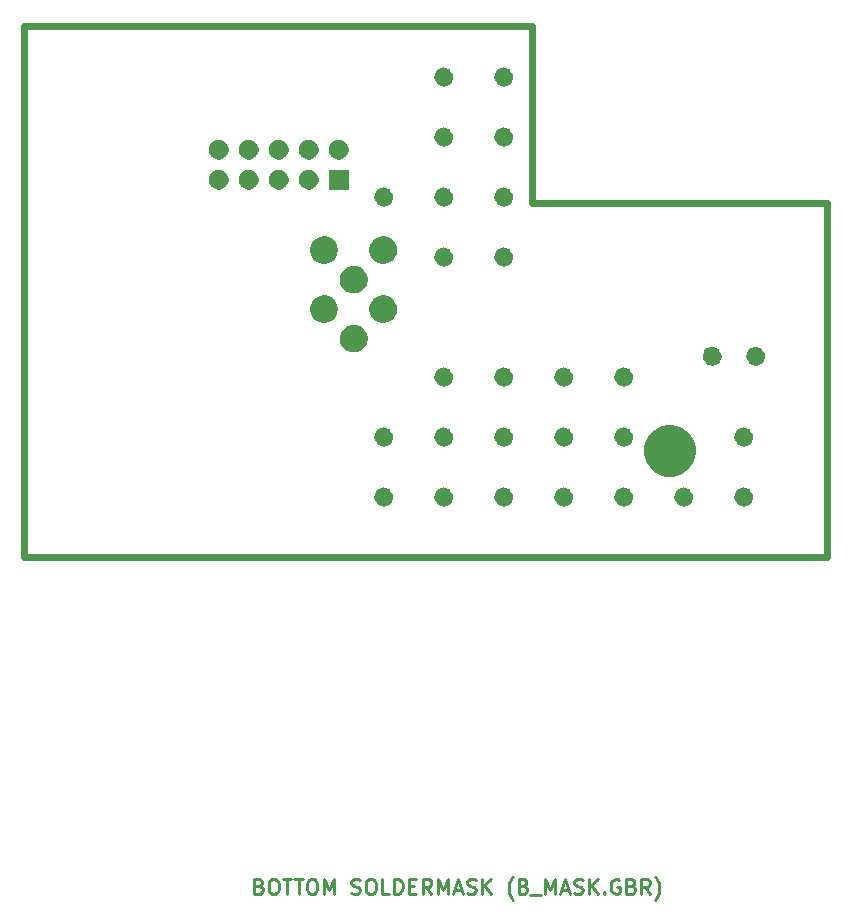
<source format=gbr>
G04 #@! TF.GenerationSoftware,KiCad,Pcbnew,(5.1.5)-3*
G04 #@! TF.CreationDate,2020-04-20T12:10:48-07:00*
G04 #@! TF.ProjectId,10096510 Battery Connection,31303039-3635-4313-9020-426174746572,rev?*
G04 #@! TF.SameCoordinates,PXb874050PY8789ff8*
G04 #@! TF.FileFunction,Soldermask,Bot*
G04 #@! TF.FilePolarity,Negative*
%FSLAX46Y46*%
G04 Gerber Fmt 4.6, Leading zero omitted, Abs format (unit mm)*
G04 Created by KiCad (PCBNEW (5.1.5)-3) date 2020-04-20 12:10:48*
%MOMM*%
%LPD*%
G04 APERTURE LIST*
%ADD10C,0.254000*%
%ADD11C,1.000000*%
%ADD12C,0.584200*%
%ADD13C,0.100000*%
G04 APERTURE END LIST*
D10*
X19940814Y-27849285D02*
X20122242Y-27909761D01*
X20182719Y-27970238D01*
X20243195Y-28091190D01*
X20243195Y-28272619D01*
X20182719Y-28393571D01*
X20122242Y-28454047D01*
X20001290Y-28514523D01*
X19517480Y-28514523D01*
X19517480Y-27244523D01*
X19940814Y-27244523D01*
X20061766Y-27305000D01*
X20122242Y-27365476D01*
X20182719Y-27486428D01*
X20182719Y-27607380D01*
X20122242Y-27728333D01*
X20061766Y-27788809D01*
X19940814Y-27849285D01*
X19517480Y-27849285D01*
X21029385Y-27244523D02*
X21271290Y-27244523D01*
X21392242Y-27305000D01*
X21513195Y-27425952D01*
X21573671Y-27667857D01*
X21573671Y-28091190D01*
X21513195Y-28333095D01*
X21392242Y-28454047D01*
X21271290Y-28514523D01*
X21029385Y-28514523D01*
X20908433Y-28454047D01*
X20787480Y-28333095D01*
X20727004Y-28091190D01*
X20727004Y-27667857D01*
X20787480Y-27425952D01*
X20908433Y-27305000D01*
X21029385Y-27244523D01*
X21936528Y-27244523D02*
X22662242Y-27244523D01*
X22299385Y-28514523D02*
X22299385Y-27244523D01*
X22904147Y-27244523D02*
X23629861Y-27244523D01*
X23267004Y-28514523D02*
X23267004Y-27244523D01*
X24295100Y-27244523D02*
X24537004Y-27244523D01*
X24657957Y-27305000D01*
X24778909Y-27425952D01*
X24839385Y-27667857D01*
X24839385Y-28091190D01*
X24778909Y-28333095D01*
X24657957Y-28454047D01*
X24537004Y-28514523D01*
X24295100Y-28514523D01*
X24174147Y-28454047D01*
X24053195Y-28333095D01*
X23992719Y-28091190D01*
X23992719Y-27667857D01*
X24053195Y-27425952D01*
X24174147Y-27305000D01*
X24295100Y-27244523D01*
X25383671Y-28514523D02*
X25383671Y-27244523D01*
X25807004Y-28151666D01*
X26230338Y-27244523D01*
X26230338Y-28514523D01*
X27742242Y-28454047D02*
X27923671Y-28514523D01*
X28226052Y-28514523D01*
X28347004Y-28454047D01*
X28407480Y-28393571D01*
X28467957Y-28272619D01*
X28467957Y-28151666D01*
X28407480Y-28030714D01*
X28347004Y-27970238D01*
X28226052Y-27909761D01*
X27984147Y-27849285D01*
X27863195Y-27788809D01*
X27802719Y-27728333D01*
X27742242Y-27607380D01*
X27742242Y-27486428D01*
X27802719Y-27365476D01*
X27863195Y-27305000D01*
X27984147Y-27244523D01*
X28286528Y-27244523D01*
X28467957Y-27305000D01*
X29254147Y-27244523D02*
X29496052Y-27244523D01*
X29617004Y-27305000D01*
X29737957Y-27425952D01*
X29798433Y-27667857D01*
X29798433Y-28091190D01*
X29737957Y-28333095D01*
X29617004Y-28454047D01*
X29496052Y-28514523D01*
X29254147Y-28514523D01*
X29133195Y-28454047D01*
X29012242Y-28333095D01*
X28951766Y-28091190D01*
X28951766Y-27667857D01*
X29012242Y-27425952D01*
X29133195Y-27305000D01*
X29254147Y-27244523D01*
X30947480Y-28514523D02*
X30342719Y-28514523D01*
X30342719Y-27244523D01*
X31370814Y-28514523D02*
X31370814Y-27244523D01*
X31673195Y-27244523D01*
X31854623Y-27305000D01*
X31975576Y-27425952D01*
X32036052Y-27546904D01*
X32096528Y-27788809D01*
X32096528Y-27970238D01*
X32036052Y-28212142D01*
X31975576Y-28333095D01*
X31854623Y-28454047D01*
X31673195Y-28514523D01*
X31370814Y-28514523D01*
X32640814Y-27849285D02*
X33064147Y-27849285D01*
X33245576Y-28514523D02*
X32640814Y-28514523D01*
X32640814Y-27244523D01*
X33245576Y-27244523D01*
X34515576Y-28514523D02*
X34092242Y-27909761D01*
X33789861Y-28514523D02*
X33789861Y-27244523D01*
X34273671Y-27244523D01*
X34394623Y-27305000D01*
X34455100Y-27365476D01*
X34515576Y-27486428D01*
X34515576Y-27667857D01*
X34455100Y-27788809D01*
X34394623Y-27849285D01*
X34273671Y-27909761D01*
X33789861Y-27909761D01*
X35059861Y-28514523D02*
X35059861Y-27244523D01*
X35483195Y-28151666D01*
X35906528Y-27244523D01*
X35906528Y-28514523D01*
X36450814Y-28151666D02*
X37055576Y-28151666D01*
X36329861Y-28514523D02*
X36753195Y-27244523D01*
X37176528Y-28514523D01*
X37539385Y-28454047D02*
X37720814Y-28514523D01*
X38023195Y-28514523D01*
X38144147Y-28454047D01*
X38204623Y-28393571D01*
X38265100Y-28272619D01*
X38265100Y-28151666D01*
X38204623Y-28030714D01*
X38144147Y-27970238D01*
X38023195Y-27909761D01*
X37781290Y-27849285D01*
X37660338Y-27788809D01*
X37599861Y-27728333D01*
X37539385Y-27607380D01*
X37539385Y-27486428D01*
X37599861Y-27365476D01*
X37660338Y-27305000D01*
X37781290Y-27244523D01*
X38083671Y-27244523D01*
X38265100Y-27305000D01*
X38809385Y-28514523D02*
X38809385Y-27244523D01*
X39535100Y-28514523D02*
X38990814Y-27788809D01*
X39535100Y-27244523D02*
X38809385Y-27970238D01*
X41409861Y-28998333D02*
X41349385Y-28937857D01*
X41228433Y-28756428D01*
X41167957Y-28635476D01*
X41107480Y-28454047D01*
X41047004Y-28151666D01*
X41047004Y-27909761D01*
X41107480Y-27607380D01*
X41167957Y-27425952D01*
X41228433Y-27305000D01*
X41349385Y-27123571D01*
X41409861Y-27063095D01*
X42317004Y-27849285D02*
X42498433Y-27909761D01*
X42558909Y-27970238D01*
X42619385Y-28091190D01*
X42619385Y-28272619D01*
X42558909Y-28393571D01*
X42498433Y-28454047D01*
X42377480Y-28514523D01*
X41893671Y-28514523D01*
X41893671Y-27244523D01*
X42317004Y-27244523D01*
X42437957Y-27305000D01*
X42498433Y-27365476D01*
X42558909Y-27486428D01*
X42558909Y-27607380D01*
X42498433Y-27728333D01*
X42437957Y-27788809D01*
X42317004Y-27849285D01*
X41893671Y-27849285D01*
X42861290Y-28635476D02*
X43828909Y-28635476D01*
X44131290Y-28514523D02*
X44131290Y-27244523D01*
X44554623Y-28151666D01*
X44977957Y-27244523D01*
X44977957Y-28514523D01*
X45522242Y-28151666D02*
X46127004Y-28151666D01*
X45401290Y-28514523D02*
X45824623Y-27244523D01*
X46247957Y-28514523D01*
X46610814Y-28454047D02*
X46792242Y-28514523D01*
X47094623Y-28514523D01*
X47215576Y-28454047D01*
X47276052Y-28393571D01*
X47336528Y-28272619D01*
X47336528Y-28151666D01*
X47276052Y-28030714D01*
X47215576Y-27970238D01*
X47094623Y-27909761D01*
X46852719Y-27849285D01*
X46731766Y-27788809D01*
X46671290Y-27728333D01*
X46610814Y-27607380D01*
X46610814Y-27486428D01*
X46671290Y-27365476D01*
X46731766Y-27305000D01*
X46852719Y-27244523D01*
X47155100Y-27244523D01*
X47336528Y-27305000D01*
X47880814Y-28514523D02*
X47880814Y-27244523D01*
X48606528Y-28514523D02*
X48062242Y-27788809D01*
X48606528Y-27244523D02*
X47880814Y-27970238D01*
X49150814Y-28393571D02*
X49211290Y-28454047D01*
X49150814Y-28514523D01*
X49090338Y-28454047D01*
X49150814Y-28393571D01*
X49150814Y-28514523D01*
X50420814Y-27305000D02*
X50299861Y-27244523D01*
X50118433Y-27244523D01*
X49937004Y-27305000D01*
X49816052Y-27425952D01*
X49755576Y-27546904D01*
X49695100Y-27788809D01*
X49695100Y-27970238D01*
X49755576Y-28212142D01*
X49816052Y-28333095D01*
X49937004Y-28454047D01*
X50118433Y-28514523D01*
X50239385Y-28514523D01*
X50420814Y-28454047D01*
X50481290Y-28393571D01*
X50481290Y-27970238D01*
X50239385Y-27970238D01*
X51448909Y-27849285D02*
X51630338Y-27909761D01*
X51690814Y-27970238D01*
X51751290Y-28091190D01*
X51751290Y-28272619D01*
X51690814Y-28393571D01*
X51630338Y-28454047D01*
X51509385Y-28514523D01*
X51025576Y-28514523D01*
X51025576Y-27244523D01*
X51448909Y-27244523D01*
X51569861Y-27305000D01*
X51630338Y-27365476D01*
X51690814Y-27486428D01*
X51690814Y-27607380D01*
X51630338Y-27728333D01*
X51569861Y-27788809D01*
X51448909Y-27849285D01*
X51025576Y-27849285D01*
X53021290Y-28514523D02*
X52597957Y-27909761D01*
X52295576Y-28514523D02*
X52295576Y-27244523D01*
X52779385Y-27244523D01*
X52900338Y-27305000D01*
X52960814Y-27365476D01*
X53021290Y-27486428D01*
X53021290Y-27667857D01*
X52960814Y-27788809D01*
X52900338Y-27849285D01*
X52779385Y-27909761D01*
X52295576Y-27909761D01*
X53444623Y-28998333D02*
X53505100Y-28937857D01*
X53626052Y-28756428D01*
X53686528Y-28635476D01*
X53747004Y-28454047D01*
X53807480Y-28151666D01*
X53807480Y-27909761D01*
X53747004Y-27607380D01*
X53686528Y-27425952D01*
X53626052Y-27305000D01*
X53505100Y-27123571D01*
X53444623Y-27063095D01*
D11*
X58608216Y16992600D02*
G75*
G03X58608216Y16992600I-315216J0D01*
G01*
X62291216Y16992600D02*
G75*
G03X62291216Y16992600I-315216J0D01*
G01*
X35875216Y25400000D02*
G75*
G03X35875216Y25400000I-315216J0D01*
G01*
X40955216Y25400000D02*
G75*
G03X40955216Y25400000I-315216J0D01*
G01*
X40955216Y30480000D02*
G75*
G03X40955216Y30480000I-315216J0D01*
G01*
X30795216Y30480000D02*
G75*
G03X30795216Y30480000I-315216J0D01*
G01*
X35875216Y30480000D02*
G75*
G03X35875216Y30480000I-315216J0D01*
G01*
X35875216Y35560000D02*
G75*
G03X35875216Y35560000I-315216J0D01*
G01*
X40955216Y35560000D02*
G75*
G03X40955216Y35560000I-315216J0D01*
G01*
X40955216Y40640000D02*
G75*
G03X40955216Y40640000I-315216J0D01*
G01*
X35875216Y40640000D02*
G75*
G03X35875216Y40640000I-315216J0D01*
G01*
X61275216Y10160000D02*
G75*
G03X61275216Y10160000I-315216J0D01*
G01*
X61275216Y5080000D02*
G75*
G03X61275216Y5080000I-315216J0D01*
G01*
X56195216Y5080000D02*
G75*
G03X56195216Y5080000I-315216J0D01*
G01*
X40955216Y15240000D02*
G75*
G03X40955216Y15240000I-315216J0D01*
G01*
X46035216Y15240000D02*
G75*
G03X46035216Y15240000I-315216J0D01*
G01*
X30795216Y10160000D02*
G75*
G03X30795216Y10160000I-315216J0D01*
G01*
X46035216Y10160000D02*
G75*
G03X46035216Y10160000I-315216J0D01*
G01*
X30795216Y5080000D02*
G75*
G03X30795216Y5080000I-315216J0D01*
G01*
X51115216Y15240000D02*
G75*
G03X51115216Y15240000I-315216J0D01*
G01*
X40955216Y10160000D02*
G75*
G03X40955216Y10160000I-315216J0D01*
G01*
X35875216Y10160000D02*
G75*
G03X35875216Y10160000I-315216J0D01*
G01*
X51115216Y10160000D02*
G75*
G03X51115216Y10160000I-315216J0D01*
G01*
X35875216Y5080000D02*
G75*
G03X35875216Y5080000I-315216J0D01*
G01*
X35875216Y15240000D02*
G75*
G03X35875216Y15240000I-315216J0D01*
G01*
X40955216Y5080000D02*
G75*
G03X40955216Y5080000I-315216J0D01*
G01*
X51115216Y5080000D02*
G75*
G03X51115216Y5080000I-315216J0D01*
G01*
X46035216Y5080000D02*
G75*
G03X46035216Y5080000I-315216J0D01*
G01*
D12*
X43002200Y29997400D02*
X43002200Y44983400D01*
X43002200Y29997400D02*
X68021200Y29997400D01*
X68021200Y0D02*
X68021200Y29997400D01*
X0Y0D02*
X68021200Y0D01*
X0Y0D02*
X0Y44983400D01*
X0Y44983400D02*
X43002200Y44983400D01*
D13*
G36*
X55352528Y11104460D02*
G01*
X55752410Y10938823D01*
X55752412Y10938822D01*
X56112297Y10698355D01*
X56418355Y10392297D01*
X56658823Y10032410D01*
X56824460Y9632528D01*
X56908900Y9208017D01*
X56908900Y8775183D01*
X56824460Y8350672D01*
X56658823Y7950790D01*
X56658822Y7950788D01*
X56418355Y7590903D01*
X56112297Y7284845D01*
X55752412Y7044378D01*
X55752411Y7044377D01*
X55752410Y7044377D01*
X55352528Y6878740D01*
X54928017Y6794300D01*
X54495183Y6794300D01*
X54070672Y6878740D01*
X53670790Y7044377D01*
X53670789Y7044377D01*
X53670788Y7044378D01*
X53310903Y7284845D01*
X53004845Y7590903D01*
X52764378Y7950788D01*
X52764377Y7950790D01*
X52598740Y8350672D01*
X52514300Y8775183D01*
X52514300Y9208017D01*
X52598740Y9632528D01*
X52764377Y10032410D01*
X53004845Y10392297D01*
X53310903Y10698355D01*
X53670788Y10938822D01*
X53670790Y10938823D01*
X54070672Y11104460D01*
X54495183Y11188900D01*
X54928017Y11188900D01*
X55352528Y11104460D01*
G37*
G36*
X28280867Y19618692D02*
G01*
X28368959Y19582203D01*
X28493540Y19530600D01*
X28684939Y19402711D01*
X28847711Y19239939D01*
X28975600Y19048540D01*
X29027203Y18923959D01*
X29063692Y18835867D01*
X29108600Y18610098D01*
X29108600Y18379902D01*
X29063692Y18154133D01*
X29027203Y18066041D01*
X28975600Y17941460D01*
X28847711Y17750061D01*
X28684939Y17587289D01*
X28493540Y17459400D01*
X28368959Y17407797D01*
X28280867Y17371308D01*
X28055098Y17326400D01*
X27824902Y17326400D01*
X27599133Y17371308D01*
X27511041Y17407797D01*
X27386460Y17459400D01*
X27195061Y17587289D01*
X27032289Y17750061D01*
X26904400Y17941460D01*
X26852797Y18066041D01*
X26816308Y18154133D01*
X26771400Y18379902D01*
X26771400Y18610098D01*
X26816308Y18835867D01*
X26852797Y18923959D01*
X26904400Y19048540D01*
X27032289Y19239939D01*
X27195061Y19402711D01*
X27386460Y19530600D01*
X27511041Y19582203D01*
X27599133Y19618692D01*
X27824902Y19663600D01*
X28055098Y19663600D01*
X28280867Y19618692D01*
G37*
G36*
X30780867Y22118692D02*
G01*
X30868959Y22082203D01*
X30993540Y22030600D01*
X31184939Y21902711D01*
X31347711Y21739939D01*
X31475600Y21548540D01*
X31527203Y21423959D01*
X31563692Y21335867D01*
X31608600Y21110098D01*
X31608600Y20879902D01*
X31563692Y20654133D01*
X31527203Y20566041D01*
X31475600Y20441460D01*
X31347711Y20250061D01*
X31184939Y20087289D01*
X30993540Y19959400D01*
X30868959Y19907797D01*
X30780867Y19871308D01*
X30555098Y19826400D01*
X30324902Y19826400D01*
X30099133Y19871308D01*
X30011041Y19907797D01*
X29886460Y19959400D01*
X29695061Y20087289D01*
X29532289Y20250061D01*
X29404400Y20441460D01*
X29352797Y20566041D01*
X29316308Y20654133D01*
X29271400Y20879902D01*
X29271400Y21110098D01*
X29316308Y21335867D01*
X29352797Y21423959D01*
X29404400Y21548540D01*
X29532289Y21739939D01*
X29695061Y21902711D01*
X29886460Y22030600D01*
X30011041Y22082203D01*
X30099133Y22118692D01*
X30324902Y22163600D01*
X30555098Y22163600D01*
X30780867Y22118692D01*
G37*
G36*
X25780867Y22118692D02*
G01*
X25868959Y22082203D01*
X25993540Y22030600D01*
X26184939Y21902711D01*
X26347711Y21739939D01*
X26475600Y21548540D01*
X26527203Y21423959D01*
X26563692Y21335867D01*
X26608600Y21110098D01*
X26608600Y20879902D01*
X26563692Y20654133D01*
X26527203Y20566041D01*
X26475600Y20441460D01*
X26347711Y20250061D01*
X26184939Y20087289D01*
X25993540Y19959400D01*
X25868959Y19907797D01*
X25780867Y19871308D01*
X25555098Y19826400D01*
X25324902Y19826400D01*
X25099133Y19871308D01*
X25011041Y19907797D01*
X24886460Y19959400D01*
X24695061Y20087289D01*
X24532289Y20250061D01*
X24404400Y20441460D01*
X24352797Y20566041D01*
X24316308Y20654133D01*
X24271400Y20879902D01*
X24271400Y21110098D01*
X24316308Y21335867D01*
X24352797Y21423959D01*
X24404400Y21548540D01*
X24532289Y21739939D01*
X24695061Y21902711D01*
X24886460Y22030600D01*
X25011041Y22082203D01*
X25099133Y22118692D01*
X25324902Y22163600D01*
X25555098Y22163600D01*
X25780867Y22118692D01*
G37*
G36*
X28280867Y24618692D02*
G01*
X28368959Y24582203D01*
X28493540Y24530600D01*
X28684939Y24402711D01*
X28847711Y24239939D01*
X28975600Y24048540D01*
X29027203Y23923959D01*
X29063692Y23835867D01*
X29108600Y23610098D01*
X29108600Y23379902D01*
X29063692Y23154133D01*
X29027203Y23066041D01*
X28975600Y22941460D01*
X28847711Y22750061D01*
X28684939Y22587289D01*
X28493540Y22459400D01*
X28368959Y22407797D01*
X28280867Y22371308D01*
X28055098Y22326400D01*
X27824902Y22326400D01*
X27599133Y22371308D01*
X27511041Y22407797D01*
X27386460Y22459400D01*
X27195061Y22587289D01*
X27032289Y22750061D01*
X26904400Y22941460D01*
X26852797Y23066041D01*
X26816308Y23154133D01*
X26771400Y23379902D01*
X26771400Y23610098D01*
X26816308Y23835867D01*
X26852797Y23923959D01*
X26904400Y24048540D01*
X27032289Y24239939D01*
X27195061Y24402711D01*
X27386460Y24530600D01*
X27511041Y24582203D01*
X27599133Y24618692D01*
X27824902Y24663600D01*
X28055098Y24663600D01*
X28280867Y24618692D01*
G37*
G36*
X30780867Y27118692D02*
G01*
X30868959Y27082203D01*
X30993540Y27030600D01*
X31184939Y26902711D01*
X31347711Y26739939D01*
X31475600Y26548540D01*
X31527203Y26423959D01*
X31563692Y26335867D01*
X31608600Y26110098D01*
X31608600Y25879902D01*
X31563692Y25654133D01*
X31527203Y25566041D01*
X31475600Y25441460D01*
X31347711Y25250061D01*
X31184939Y25087289D01*
X30993540Y24959400D01*
X30868959Y24907797D01*
X30780867Y24871308D01*
X30555098Y24826400D01*
X30324902Y24826400D01*
X30099133Y24871308D01*
X30011041Y24907797D01*
X29886460Y24959400D01*
X29695061Y25087289D01*
X29532289Y25250061D01*
X29404400Y25441460D01*
X29352797Y25566041D01*
X29316308Y25654133D01*
X29271400Y25879902D01*
X29271400Y26110098D01*
X29316308Y26335867D01*
X29352797Y26423959D01*
X29404400Y26548540D01*
X29532289Y26739939D01*
X29695061Y26902711D01*
X29886460Y27030600D01*
X30011041Y27082203D01*
X30099133Y27118692D01*
X30324902Y27163600D01*
X30555098Y27163600D01*
X30780867Y27118692D01*
G37*
G36*
X25780867Y27118692D02*
G01*
X25868959Y27082203D01*
X25993540Y27030600D01*
X26184939Y26902711D01*
X26347711Y26739939D01*
X26475600Y26548540D01*
X26527203Y26423959D01*
X26563692Y26335867D01*
X26608600Y26110098D01*
X26608600Y25879902D01*
X26563692Y25654133D01*
X26527203Y25566041D01*
X26475600Y25441460D01*
X26347711Y25250061D01*
X26184939Y25087289D01*
X25993540Y24959400D01*
X25868959Y24907797D01*
X25780867Y24871308D01*
X25555098Y24826400D01*
X25324902Y24826400D01*
X25099133Y24871308D01*
X25011041Y24907797D01*
X24886460Y24959400D01*
X24695061Y25087289D01*
X24532289Y25250061D01*
X24404400Y25441460D01*
X24352797Y25566041D01*
X24316308Y25654133D01*
X24271400Y25879902D01*
X24271400Y26110098D01*
X24316308Y26335867D01*
X24352797Y26423959D01*
X24404400Y26548540D01*
X24532289Y26739939D01*
X24695061Y26902711D01*
X24886460Y27030600D01*
X25011041Y27082203D01*
X25099133Y27118692D01*
X25324902Y27163600D01*
X25555098Y27163600D01*
X25780867Y27118692D01*
G37*
G36*
X27508400Y31114800D02*
G01*
X25831600Y31114800D01*
X25831600Y32791600D01*
X27508400Y32791600D01*
X27508400Y31114800D01*
G37*
G36*
X16673564Y32775490D02*
G01*
X16754552Y32759381D01*
X16907131Y32696181D01*
X17044449Y32604428D01*
X17161228Y32487649D01*
X17252981Y32350331D01*
X17316181Y32197752D01*
X17348400Y32035775D01*
X17348400Y31870625D01*
X17316181Y31708648D01*
X17252981Y31556069D01*
X17161228Y31418751D01*
X17044449Y31301972D01*
X16907131Y31210219D01*
X16754552Y31147019D01*
X16673563Y31130909D01*
X16592576Y31114800D01*
X16427424Y31114800D01*
X16346437Y31130909D01*
X16265448Y31147019D01*
X16112869Y31210219D01*
X15975551Y31301972D01*
X15858772Y31418751D01*
X15767019Y31556069D01*
X15703819Y31708648D01*
X15671600Y31870625D01*
X15671600Y32035775D01*
X15703819Y32197752D01*
X15767019Y32350331D01*
X15858772Y32487649D01*
X15975551Y32604428D01*
X16112869Y32696181D01*
X16265448Y32759381D01*
X16346436Y32775490D01*
X16427424Y32791600D01*
X16592576Y32791600D01*
X16673564Y32775490D01*
G37*
G36*
X19213564Y32775490D02*
G01*
X19294552Y32759381D01*
X19447131Y32696181D01*
X19584449Y32604428D01*
X19701228Y32487649D01*
X19792981Y32350331D01*
X19856181Y32197752D01*
X19888400Y32035775D01*
X19888400Y31870625D01*
X19856181Y31708648D01*
X19792981Y31556069D01*
X19701228Y31418751D01*
X19584449Y31301972D01*
X19447131Y31210219D01*
X19294552Y31147019D01*
X19213563Y31130909D01*
X19132576Y31114800D01*
X18967424Y31114800D01*
X18886437Y31130909D01*
X18805448Y31147019D01*
X18652869Y31210219D01*
X18515551Y31301972D01*
X18398772Y31418751D01*
X18307019Y31556069D01*
X18243819Y31708648D01*
X18211600Y31870625D01*
X18211600Y32035775D01*
X18243819Y32197752D01*
X18307019Y32350331D01*
X18398772Y32487649D01*
X18515551Y32604428D01*
X18652869Y32696181D01*
X18805448Y32759381D01*
X18886436Y32775490D01*
X18967424Y32791600D01*
X19132576Y32791600D01*
X19213564Y32775490D01*
G37*
G36*
X24293564Y32775490D02*
G01*
X24374552Y32759381D01*
X24527131Y32696181D01*
X24664449Y32604428D01*
X24781228Y32487649D01*
X24872981Y32350331D01*
X24936181Y32197752D01*
X24968400Y32035775D01*
X24968400Y31870625D01*
X24936181Y31708648D01*
X24872981Y31556069D01*
X24781228Y31418751D01*
X24664449Y31301972D01*
X24527131Y31210219D01*
X24374552Y31147019D01*
X24293563Y31130909D01*
X24212576Y31114800D01*
X24047424Y31114800D01*
X23966437Y31130909D01*
X23885448Y31147019D01*
X23732869Y31210219D01*
X23595551Y31301972D01*
X23478772Y31418751D01*
X23387019Y31556069D01*
X23323819Y31708648D01*
X23291600Y31870625D01*
X23291600Y32035775D01*
X23323819Y32197752D01*
X23387019Y32350331D01*
X23478772Y32487649D01*
X23595551Y32604428D01*
X23732869Y32696181D01*
X23885448Y32759381D01*
X23966436Y32775490D01*
X24047424Y32791600D01*
X24212576Y32791600D01*
X24293564Y32775490D01*
G37*
G36*
X21753564Y32775490D02*
G01*
X21834552Y32759381D01*
X21987131Y32696181D01*
X22124449Y32604428D01*
X22241228Y32487649D01*
X22332981Y32350331D01*
X22396181Y32197752D01*
X22428400Y32035775D01*
X22428400Y31870625D01*
X22396181Y31708648D01*
X22332981Y31556069D01*
X22241228Y31418751D01*
X22124449Y31301972D01*
X21987131Y31210219D01*
X21834552Y31147019D01*
X21753563Y31130909D01*
X21672576Y31114800D01*
X21507424Y31114800D01*
X21426437Y31130909D01*
X21345448Y31147019D01*
X21192869Y31210219D01*
X21055551Y31301972D01*
X20938772Y31418751D01*
X20847019Y31556069D01*
X20783819Y31708648D01*
X20751600Y31870625D01*
X20751600Y32035775D01*
X20783819Y32197752D01*
X20847019Y32350331D01*
X20938772Y32487649D01*
X21055551Y32604428D01*
X21192869Y32696181D01*
X21345448Y32759381D01*
X21426436Y32775490D01*
X21507424Y32791600D01*
X21672576Y32791600D01*
X21753564Y32775490D01*
G37*
G36*
X21753564Y35315490D02*
G01*
X21834552Y35299381D01*
X21987131Y35236181D01*
X22124449Y35144428D01*
X22241228Y35027649D01*
X22332981Y34890331D01*
X22396181Y34737752D01*
X22428400Y34575775D01*
X22428400Y34410625D01*
X22396181Y34248648D01*
X22332981Y34096069D01*
X22241228Y33958751D01*
X22124449Y33841972D01*
X21987131Y33750219D01*
X21834552Y33687019D01*
X21753564Y33670910D01*
X21672576Y33654800D01*
X21507424Y33654800D01*
X21426436Y33670910D01*
X21345448Y33687019D01*
X21192869Y33750219D01*
X21055551Y33841972D01*
X20938772Y33958751D01*
X20847019Y34096069D01*
X20783819Y34248648D01*
X20751600Y34410625D01*
X20751600Y34575775D01*
X20783819Y34737752D01*
X20847019Y34890331D01*
X20938772Y35027649D01*
X21055551Y35144428D01*
X21192869Y35236181D01*
X21345448Y35299381D01*
X21426436Y35315490D01*
X21507424Y35331600D01*
X21672576Y35331600D01*
X21753564Y35315490D01*
G37*
G36*
X24293564Y35315490D02*
G01*
X24374552Y35299381D01*
X24527131Y35236181D01*
X24664449Y35144428D01*
X24781228Y35027649D01*
X24872981Y34890331D01*
X24936181Y34737752D01*
X24968400Y34575775D01*
X24968400Y34410625D01*
X24936181Y34248648D01*
X24872981Y34096069D01*
X24781228Y33958751D01*
X24664449Y33841972D01*
X24527131Y33750219D01*
X24374552Y33687019D01*
X24293564Y33670910D01*
X24212576Y33654800D01*
X24047424Y33654800D01*
X23966436Y33670910D01*
X23885448Y33687019D01*
X23732869Y33750219D01*
X23595551Y33841972D01*
X23478772Y33958751D01*
X23387019Y34096069D01*
X23323819Y34248648D01*
X23291600Y34410625D01*
X23291600Y34575775D01*
X23323819Y34737752D01*
X23387019Y34890331D01*
X23478772Y35027649D01*
X23595551Y35144428D01*
X23732869Y35236181D01*
X23885448Y35299381D01*
X23966436Y35315490D01*
X24047424Y35331600D01*
X24212576Y35331600D01*
X24293564Y35315490D01*
G37*
G36*
X26833564Y35315490D02*
G01*
X26914552Y35299381D01*
X27067131Y35236181D01*
X27204449Y35144428D01*
X27321228Y35027649D01*
X27412981Y34890331D01*
X27476181Y34737752D01*
X27508400Y34575775D01*
X27508400Y34410625D01*
X27476181Y34248648D01*
X27412981Y34096069D01*
X27321228Y33958751D01*
X27204449Y33841972D01*
X27067131Y33750219D01*
X26914552Y33687019D01*
X26833564Y33670910D01*
X26752576Y33654800D01*
X26587424Y33654800D01*
X26506436Y33670910D01*
X26425448Y33687019D01*
X26272869Y33750219D01*
X26135551Y33841972D01*
X26018772Y33958751D01*
X25927019Y34096069D01*
X25863819Y34248648D01*
X25831600Y34410625D01*
X25831600Y34575775D01*
X25863819Y34737752D01*
X25927019Y34890331D01*
X26018772Y35027649D01*
X26135551Y35144428D01*
X26272869Y35236181D01*
X26425448Y35299381D01*
X26506436Y35315490D01*
X26587424Y35331600D01*
X26752576Y35331600D01*
X26833564Y35315490D01*
G37*
G36*
X19213564Y35315490D02*
G01*
X19294552Y35299381D01*
X19447131Y35236181D01*
X19584449Y35144428D01*
X19701228Y35027649D01*
X19792981Y34890331D01*
X19856181Y34737752D01*
X19888400Y34575775D01*
X19888400Y34410625D01*
X19856181Y34248648D01*
X19792981Y34096069D01*
X19701228Y33958751D01*
X19584449Y33841972D01*
X19447131Y33750219D01*
X19294552Y33687019D01*
X19213564Y33670910D01*
X19132576Y33654800D01*
X18967424Y33654800D01*
X18886436Y33670910D01*
X18805448Y33687019D01*
X18652869Y33750219D01*
X18515551Y33841972D01*
X18398772Y33958751D01*
X18307019Y34096069D01*
X18243819Y34248648D01*
X18211600Y34410625D01*
X18211600Y34575775D01*
X18243819Y34737752D01*
X18307019Y34890331D01*
X18398772Y35027649D01*
X18515551Y35144428D01*
X18652869Y35236181D01*
X18805448Y35299381D01*
X18886436Y35315490D01*
X18967424Y35331600D01*
X19132576Y35331600D01*
X19213564Y35315490D01*
G37*
G36*
X16673564Y35315490D02*
G01*
X16754552Y35299381D01*
X16907131Y35236181D01*
X17044449Y35144428D01*
X17161228Y35027649D01*
X17252981Y34890331D01*
X17316181Y34737752D01*
X17348400Y34575775D01*
X17348400Y34410625D01*
X17316181Y34248648D01*
X17252981Y34096069D01*
X17161228Y33958751D01*
X17044449Y33841972D01*
X16907131Y33750219D01*
X16754552Y33687019D01*
X16673564Y33670910D01*
X16592576Y33654800D01*
X16427424Y33654800D01*
X16346436Y33670910D01*
X16265448Y33687019D01*
X16112869Y33750219D01*
X15975551Y33841972D01*
X15858772Y33958751D01*
X15767019Y34096069D01*
X15703819Y34248648D01*
X15671600Y34410625D01*
X15671600Y34575775D01*
X15703819Y34737752D01*
X15767019Y34890331D01*
X15858772Y35027649D01*
X15975551Y35144428D01*
X16112869Y35236181D01*
X16265448Y35299381D01*
X16346436Y35315490D01*
X16427424Y35331600D01*
X16592576Y35331600D01*
X16673564Y35315490D01*
G37*
M02*

</source>
